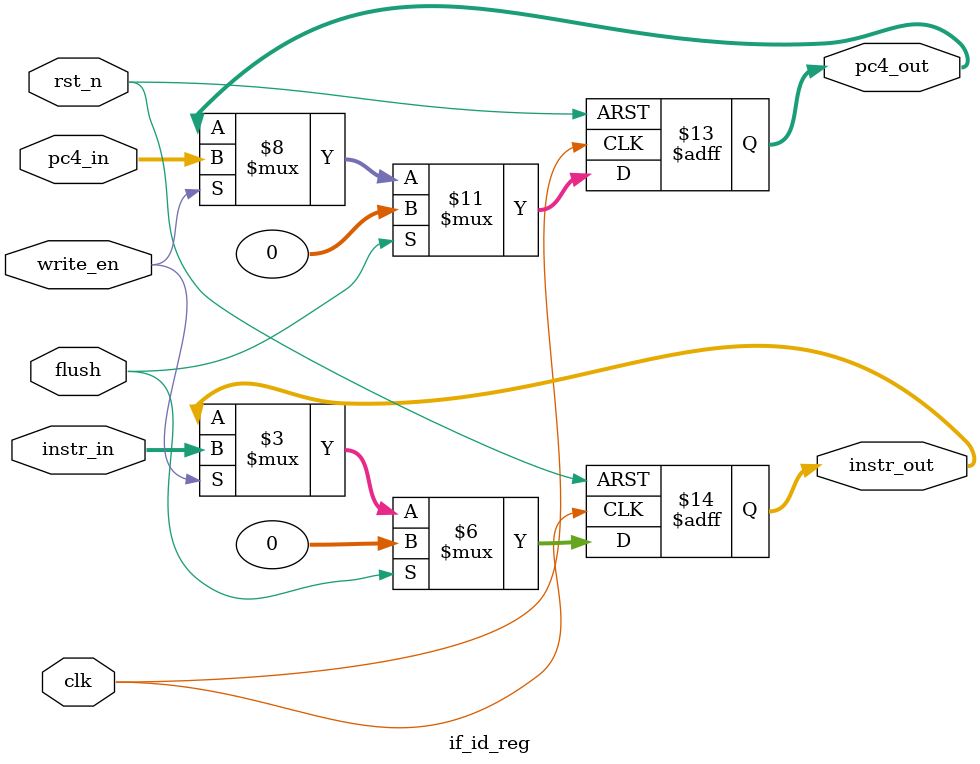
<source format=sv>
module if_id_reg #(
  parameter XLEN = 32
)(
  input  wire             clk,
  input  wire             rst_n,
  input  wire             write_en,     // ifid_write from HDU
  input  wire             flush,        // ifid_flush on taken branch/jump
  input  wire [XLEN-1:0]  pc4_in,
  input  wire [31:0]      instr_in,
  output reg  [XLEN-1:0]  pc4_out,
  output reg  [31:0]      instr_out
);
  localparam [31:0] NOP = 32'h0000_0000;

  always @(posedge clk or negedge rst_n) begin
    if (!rst_n) begin
      pc4_out   <= {XLEN{1'b0}};
      instr_out <= NOP;
    end else if (flush) begin
      pc4_out   <= {XLEN{1'b0}};
      instr_out <= NOP;
    end else if (write_en) begin
      pc4_out   <= pc4_in;
      instr_out <= instr_in;
    end
    // else hold (stall)
  end
endmodule

</source>
